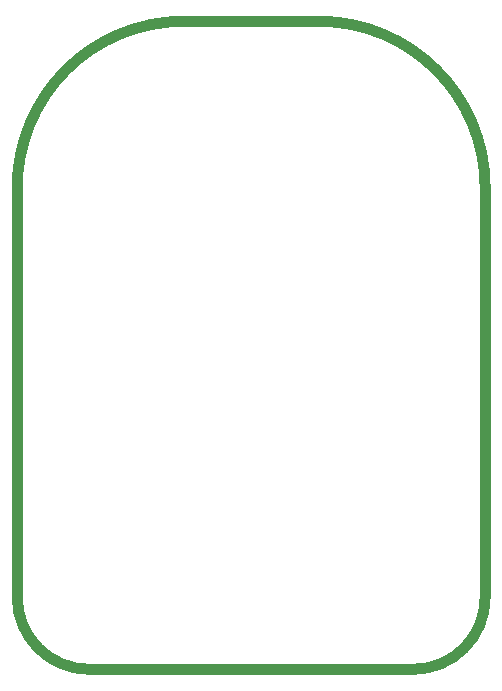
<source format=gko>
G04 start of page 2 for group 9 layer_idx 6 *
G04 Title: (unknown), global_outline *
G04 Creator: pcb-rnd 2.3.2 *
G04 CreationDate: 2021-05-12 18:23:50 UTC *
G04 For:  *
G04 Format: Gerber/RS-274X *
G04 PCB-Dimensions: 500000 500000 *
G04 PCB-Coordinate-Origin: lower left *
%MOIN*%
%FSLAX25Y25*%
%LNGLOBAL_BOUNDARY_UROUTE_9*%
%ADD72C,0.0350*%
G54D72*X128500Y192000D02*Y328500D01*
X152500Y168000D02*X261000D01*
X284500Y192000D02*Y328500D01*
X184000Y384000D02*X229000D01*
X128500Y328500D02*G75*G02X184000Y384000I55500J0D01*G01*
X128500Y192000D02*G75*G03X152500Y168000I24000J0D01*G01*
X260500D02*G75*G03X284500Y192000I0J24000D01*G01*
Y328500D02*G75*G03X229000Y384000I-55500J0D01*G01*
M02*

</source>
